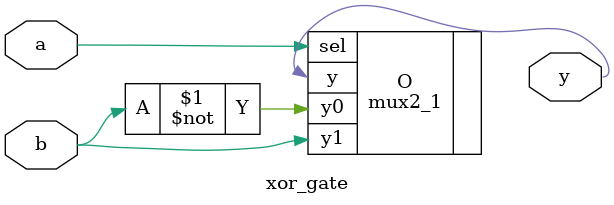
<source format=v>
`timescale 1ns / 1ps


module xor_gate(input a, b, output y);
    mux2_1 O(
        .sel(a), 
        .y0(~b), 
        .y1(b), 
        .y(y)
    );
endmodule
</source>
